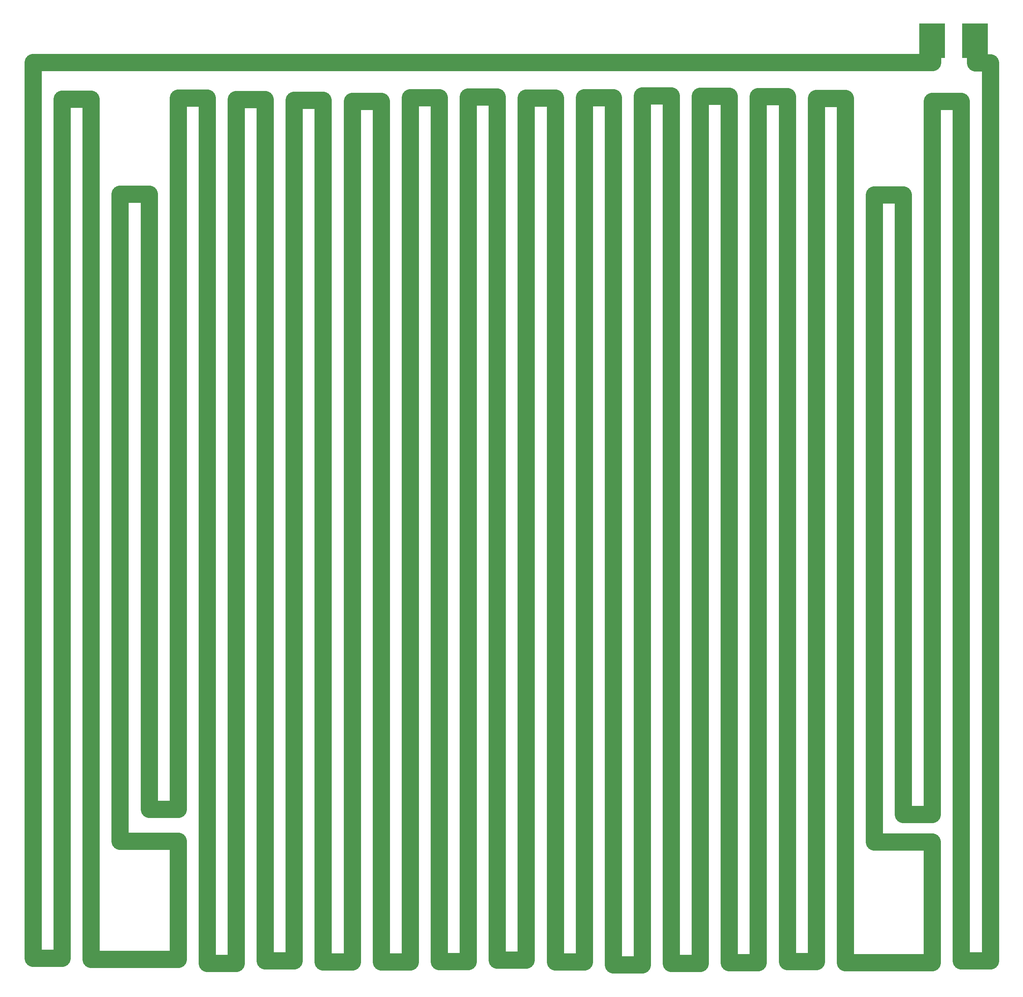
<source format=gbr>
G04 CAM350 Óà¹âÆ×¹¤×÷ÊÒºº»¯QQ:373423087 V9.5.1 (Build 211) Date:  Fri Oct 16 14:13:35 2020 *
G04 Database: c:\users\mloong\desktop\drawing1.cam *
G04 Layer 4: gtl.gbr *
%FSLAX25Y25*%
%MOMM*%
%SFA1.000B1.000*%

%MIA0B0*%
%IPPOS*%
%ADD21C,4.00000*%
%ADD22R,6.00000X8.00000*%
%LNgtl.gbr*%
%LPD*%
G54D22*
X85677000Y78909000D03*
X86663000D03*
G54D21*
X85683000D02*
G01Y78408000D01*
X64907000*
Y57739000*
X65577000*
Y77569000*
X66247000*
Y57709000*
X68257000*
Y60439000*
X66917000*
Y75371000*
X67587000*
Y61172000*
X68257000*
Y77587000*
X68927000*
Y57618000*
X69597000*
Y77556000*
X70267000*
Y57679000*
X70937000*
Y77541000*
X71607000*
Y57648000*
X72277000*
Y77511000*
X72947000*
Y57648000*
X73617000*
Y77602000*
X74287000*
Y57663000*
X74957000*
Y77617000*
X75627000*
Y57694000*
X76297000*
Y77594000*
X76967000*
Y57648000*
X77637000*
Y77602000*
X78307000*
Y57587000*
X78977000*
Y77645000*
X79647000*
Y57618000*
X80317000*
Y77630000*
X80987000*
Y57633000*
X81657000*
Y77626000*
X82327000*
Y57661000*
X82997000*
Y77581000*
X83667000*
Y57631000*
X85677000*
Y60419000*
X84337000*
Y75353000*
X85007000*
Y61054000*
X85677000*
Y77517000*
X86347000*
Y57676000*
X87017000*
Y78402000*
X86672000*
Y78909000*
M02*

</source>
